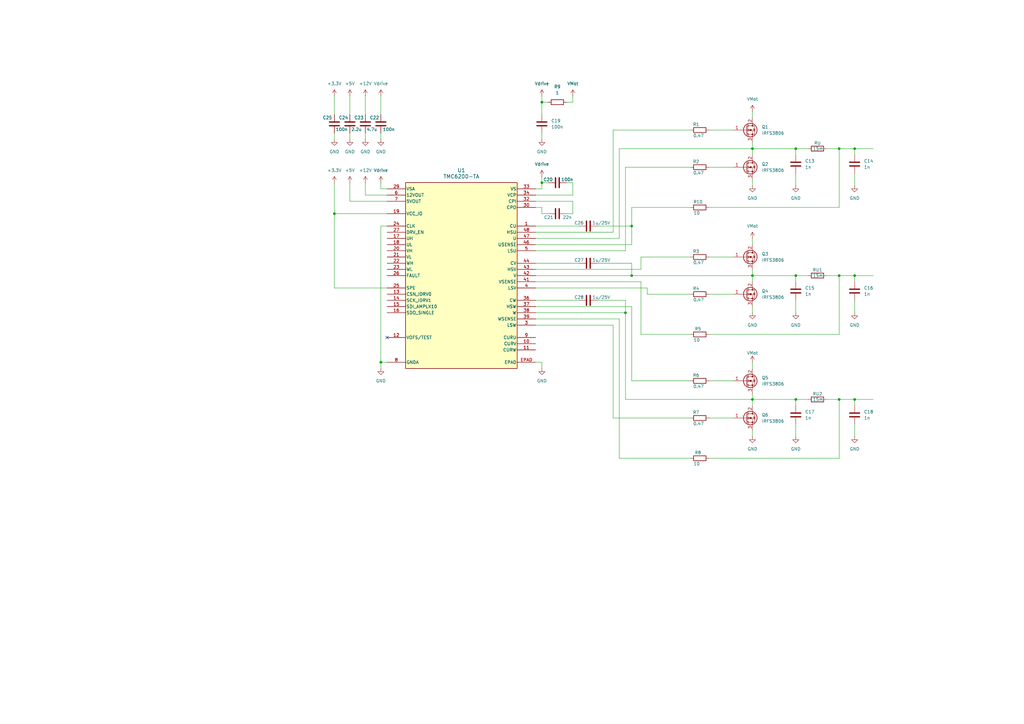
<source format=kicad_sch>
(kicad_sch (version 20250114) (generator "eeschema") (generator_version "9.0")
  (paper "A3")
  (lib_symbols
    (symbol "Device:C" (pin_numbers (hide yes)) (pin_names (offset 0.254))
      (property "Reference" "C" (at 0.635 2.54 0))
      (property "Value" "C" (at 0.635 -2.54 0))
      (symbol "C_0_1"
        (polyline (pts (xy -2.032 0.762) (xy 2.032 0.762)) (stroke (width 0.508)))
        (polyline (pts (xy -2.032 -0.762) (xy 2.032 -0.762)) (stroke (width 0.508)))
      )
      (symbol "C_1_1"
        (pin passive line (at 0 3.81 270) (length 2.794) (name "~") (number "1"))
        (pin passive line (at 0 -3.81 90) (length 2.794) (name "~") (number "2"))
      )
    )
    (symbol "Device:R" (pin_numbers (hide yes)) (pin_names (offset 0))
      (property "Reference" "R" (at 2.032 0 90))
      (property "Value" "R" (at 0 0 90))
      (symbol "R_0_1"
        (rectangle (start -1.016 -2.54) (end 1.016 2.54) (stroke (width 0.254)))
      )
      (symbol "R_1_1"
        (pin passive line (at 0 3.81 270) (length 1.27) (name "~") (number "1"))
        (pin passive line (at 0 -3.81 90) (length 1.27) (name "~") (number "2"))
      )
    )
    (symbol "Transistor_FET:IRFS4115" (pin_names (hide yes))
      (property "Reference" "Q" (at 5.08 1.905 0))
      (property "Value" "IRFS4115" (at 5.08 0 0))
      (symbol "IRFS4115_0_1"
        (polyline (pts (xy 0.254 1.905) (xy 0.254 -1.905)) (stroke (width 0.254)))
        (polyline (pts (xy 0.254 0) (xy -2.54 0)))
        (polyline (pts (xy 0.762 2.286) (xy 0.762 1.27)) (stroke (width 0.254)))
        (polyline (pts (xy 0.762 0.508) (xy 0.762 -0.508)) (stroke (width 0.254)))
        (polyline (pts (xy 0.762 -1.27) (xy 0.762 -2.286)) (stroke (width 0.254)))
        (polyline (pts (xy 0.762 -1.778) (xy 3.302 -1.778) (xy 3.302 1.778) (xy 0.762 1.778)))
        (polyline (pts (xy 1.016 0) (xy 2.032 0.381) (xy 2.032 -0.381) (xy 1.016 0)) (fill (type outline)))
        (circle (center 1.651 0) (radius 2.794) (stroke (width 0.254)))
        (polyline (pts (xy 2.54 2.54) (xy 2.54 1.778)))
        (circle (center 2.54 1.778) (radius 0.254) (fill (type outline)))
        (circle (center 2.54 -1.778) (radius 0.254) (fill (type outline)))
        (polyline (pts (xy 2.54 -2.54) (xy 2.54 0) (xy 0.762 0)))
        (polyline (pts (xy 2.794 0.508) (xy 2.921 0.381) (xy 3.683 0.381) (xy 3.81 0.254)))
        (polyline (pts (xy 3.302 0.381) (xy 2.921 -0.254) (xy 3.683 -0.254) (xy 3.302 0.381)))
      )
      (symbol "IRFS4115_1_1"
        (pin passive line (at -5.08 0 0) (length 2.54) (name "G") (number "1"))
        (pin passive line (at 2.54 5.08 270) (length 2.54) (name "D") (number "2"))
        (pin passive line (at 2.54 -5.08 90) (length 2.54) (name "S") (number "3"))
      )
    )
    (symbol "power:+12V" (power) (pin_numbers (hide yes)) (pin_names (offset 0) (hide yes))
      (property "Value" "+12V" (at 0 3.556 0))
      (symbol "+12V_0_1"
        (polyline (pts (xy -0.762 1.27) (xy 0 2.54)))
        (polyline (pts (xy 0 2.54) (xy 0.762 1.27)))
        (polyline (pts (xy 0 0) (xy 0 2.54)))
      )
      (symbol "+12V_1_1"
        (pin power_in line (at 0 0 90) (length 0) (name "~") (number "1"))
      )
    )
    (symbol "power:+3.3V" (power) (pin_numbers (hide yes)) (pin_names (offset 0) (hide yes))
      (property "Value" "+3.3V" (at 0 3.556 0))
      (symbol "+3.3V_0_1"
        (polyline (pts (xy -0.762 1.27) (xy 0 2.54)))
        (polyline (pts (xy 0 2.54) (xy 0.762 1.27)))
        (polyline (pts (xy 0 0) (xy 0 2.54)))
      )
      (symbol "+3.3V_1_1"
        (pin power_in line (at 0 0 90) (length 0) (name "~") (number "1"))
      )
    )
    (symbol "power:+5V" (power) (pin_numbers (hide yes)) (pin_names (offset 0) (hide yes))
      (property "Value" "+5V" (at 0 3.556 0))
      (symbol "+5V_0_1"
        (polyline (pts (xy -0.762 1.27) (xy 0 2.54)))
        (polyline (pts (xy 0 2.54) (xy 0.762 1.27)))
        (polyline (pts (xy 0 0) (xy 0 2.54)))
      )
      (symbol "+5V_1_1"
        (pin power_in line (at 0 0 90) (length 0) (name "~") (number "1"))
      )
    )
    (symbol "power:GND" (power) (pin_numbers (hide yes)) (pin_names (offset 0) (hide yes))
      (property "Value" "GND" (at 0 -3.81 0))
      (symbol "GND_0_1"
        (polyline (pts (xy 0 0) (xy 0 -1.27) (xy 1.27 -1.27) (xy 0 -2.54) (xy -1.27 -1.27) (xy 0 -1.27)))
      )
      (symbol "GND_1_1"
        (pin power_in line (at 0 0 270) (length 0) (name "~") (number "1"))
      )
    )
    (symbol "power:Vdrive" (power) (pin_numbers (hide yes)) (pin_names (offset 0) (hide yes))
      (property "Value" "Vdrive" (at 0 3.556 0))
      (symbol "Vdrive_0_1"
        (polyline (pts (xy -0.762 1.27) (xy 0 2.54)))
        (polyline (pts (xy 0 2.54) (xy 0.762 1.27)))
        (polyline (pts (xy 0 0) (xy 0 2.54)))
      )
      (symbol "Vdrive_1_1"
        (pin power_in line (at 0 0 90) (length 0) (name "~") (number "1"))
      )
    )
    (symbol "ssta_symbols:TMC6200-TA" (pin_names (offset 0.254))
      (property "Reference" "U" (at 7.874 4.064 0))
      (property "Value" "TMC6200-TA" (at 7.874 -75.438 0))
      (symbol "TMC6200-TA_1_1"
        (rectangle (start 7.62 2.54) (end 53.34 -73.66) (stroke (width 0.254)) (fill (type background)))
        (pin power_in line (at 0 0 0) (length 7.62) (name "VSA") (number "29"))
        (pin output line (at 0 -2.54 0) (length 7.62) (name "12VOUT") (number "6"))
        (pin output line (at 0 -5.08 0) (length 7.62) (name "5VOUT") (number "7"))
        (pin power_in line (at 0 -10.16 0) (length 7.62) (name "VCC_IO") (number "19"))
        (pin input line (at 0 -15.24 0) (length 7.62) (name "CLK") (number "24"))
        (pin input line (at 0 -17.78 0) (length 7.62) (name "DRV_EN") (number "27"))
        (pin input line (at 0 -20.32 0) (length 7.62) (name "UH") (number "17"))
        (pin input line (at 0 -22.86 0) (length 7.62) (name "UL") (number "18"))
        (pin input line (at 0 -25.4 0) (length 7.62) (name "VH") (number "20"))
        (pin input line (at 0 -27.94 0) (length 7.62) (name "VL") (number "21"))
        (pin input line (at 0 -30.48 0) (length 7.62) (name "WH") (number "22"))
        (pin input line (at 0 -33.02 0) (length 7.62) (name "WL") (number "23"))
        (pin output line (at 0 -35.56 0) (length 7.62) (name "FAULT") (number "26"))
        (pin input line (at 0 -40.64 0) (length 7.62) (name "SPE") (number "25"))
        (pin input line (at 0 -43.18 0) (length 7.62) (name "CSN_IDRV0") (number "13"))
        (pin input line (at 0 -45.72 0) (length 7.62) (name "SCK_IDRV1") (number "14"))
        (pin input line (at 0 -48.26 0) (length 7.62) (name "SDI_AMPLX10") (number "15"))
        (pin bidirectional line (at 0 -50.8 0) (length 7.62) (name "SDO_SINGLE") (number "16"))
        (pin input line (at 0 -60.96 0) (length 7.62) (name "VOFS/TEST") (number "12"))
        (pin power_in line (at 0 -71.12 0) (length 7.62) (name "GNDA") (number "8"))
        (pin power_in line (at 60.96 0 180) (length 7.62) (name "VS") (number "33"))
        (pin unspecified line (at 60.96 -2.54 180) (length 7.62) (name "VCP") (number "34"))
        (pin input line (at 60.96 -5.08 180) (length 7.62) (name "CPI") (number "32"))
        (pin output line (at 60.96 -7.62 180) (length 7.62) (name "CPO") (number "30"))
        (pin unspecified line (at 60.96 -15.24 180) (length 7.62) (name "CU") (number "1"))
        (pin output line (at 60.96 -17.78 180) (length 7.62) (name "HSU") (number "48"))
        (pin unspecified line (at 60.96 -20.32 180) (length 7.62) (name "U") (number "47"))
        (pin unspecified line (at 60.96 -22.86 180) (length 7.62) (name "USENSE") (number "46"))
        (pin output line (at 60.96 -25.4 180) (length 7.62) (name "LSU") (number "5"))
        (pin unspecified line (at 60.96 -30.48 180) (length 7.62) (name "CV") (number "44"))
        (pin output line (at 60.96 -33.02 180) (length 7.62) (name "HSV") (number "43"))
        (pin unspecified line (at 60.96 -35.56 180) (length 7.62) (name "V") (number "42"))
        (pin unspecified line (at 60.96 -38.1 180) (length 7.62) (name "VSENSE") (number "41"))
        (pin output line (at 60.96 -40.64 180) (length 7.62) (name "LSV") (number "4"))
        (pin unspecified line (at 60.96 -45.72 180) (length 7.62) (name "CW") (number "36"))
        (pin output line (at 60.96 -48.26 180) (length 7.62) (name "HSW") (number "37"))
        (pin unspecified line (at 60.96 -50.8 180) (length 7.62) (name "W") (number "38"))
        (pin unspecified line (at 60.96 -53.34 180) (length 7.62) (name "WSENSE") (number "39"))
        (pin output line (at 60.96 -55.88 180) (length 7.62) (name "LSW") (number "3"))
        (pin output line (at 60.96 -60.96 180) (length 7.62) (name "CURU") (number "9"))
        (pin output line (at 60.96 -63.5 180) (length 7.62) (name "CURV") (number "10"))
        (pin output line (at 60.96 -66.04 180) (length 7.62) (name "CURW") (number "11"))
        (pin unspecified line (at 60.96 -71.12 180) (length 7.62) (name "EPAD") (number "EPAD"))
      )
    )
  )
  (junction (at 256.54 128.27))
  (junction (at 308.61 113.03))
  (junction (at 326.39 113.03))
  (junction (at 326.39 163.83))
  (junction (at 350.52 60.96))
  (junction (at 350.52 163.83))
  (junction (at 344.17 163.83))
  (junction (at 222.25 74.93))
  (junction (at 259.08 113.03))
  (junction (at 156.21 148.59))
  (junction (at 326.39 60.96))
  (junction (at 137.16 87.63))
  (junction (at 308.61 163.83))
  (junction (at 344.17 113.03))
  (junction (at 344.17 60.96))
  (junction (at 308.61 60.96))
  (junction (at 259.08 92.71))
  (junction (at 350.52 113.03))
  (junction (at 222.25 41.91))
  (no_connect (at 158.75 138.43))
  (wire (pts (xy 219.71 85.09) (xy 222.25 85.09)))
  (wire (pts (xy 350.52 71.12) (xy 350.52 76.2)))
  (wire (pts (xy 290.83 156.21) (xy 300.99 156.21)))
  (wire (pts (xy 308.61 113.03) (xy 326.39 113.03)))
  (wire (pts (xy 350.52 60.96) (xy 358.14 60.96)))
  (wire (pts (xy 219.71 125.73) (xy 259.08 125.73)))
  (wire (pts (xy 219.71 133.35) (xy 251.46 133.35)))
  (wire (pts (xy 222.25 87.63) (xy 224.79 87.63)))
  (wire (pts (xy 245.11 107.95) (xy 259.08 107.95)))
  (wire (pts (xy 219.71 82.55) (xy 234.95 82.55)))
  (wire (pts (xy 254 130.81) (xy 254 187.96)))
  (wire (pts (xy 259.08 156.21) (xy 283.21 156.21)))
  (wire (pts (xy 254 60.96) (xy 308.61 60.96)))
  (wire (pts (xy 308.61 148.59) (xy 308.61 151.13)))
  (wire (pts (xy 326.39 71.12) (xy 326.39 76.2)))
  (wire (pts (xy 308.61 45.72) (xy 308.61 48.26)))
  (wire (pts (xy 222.25 85.09) (xy 222.25 87.63)))
  (wire (pts (xy 143.51 54.61) (xy 143.51 57.15)))
  (wire (pts (xy 308.61 110.49) (xy 308.61 113.03)))
  (wire (pts (xy 156.21 92.71) (xy 156.21 148.59)))
  (wire (pts (xy 290.83 171.45) (xy 300.99 171.45)))
  (wire (pts (xy 137.16 54.61) (xy 137.16 57.15)))
  (wire (pts (xy 251.46 53.34) (xy 251.46 95.25)))
  (wire (pts (xy 308.61 58.42) (xy 308.61 60.96)))
  (wire (pts (xy 259.08 125.73) (xy 259.08 156.21)))
  (wire (pts (xy 156.21 74.93) (xy 156.21 77.47)))
  (wire (pts (xy 251.46 95.25) (xy 219.71 95.25)))
  (wire (pts (xy 254 97.79) (xy 254 60.96)))
  (wire (pts (xy 137.16 87.63) (xy 158.75 87.63)))
  (wire (pts (xy 219.71 77.47) (xy 222.25 77.47)))
  (wire (pts (xy 149.86 39.37) (xy 149.86 46.99)))
  (wire (pts (xy 222.25 41.91) (xy 222.25 46.99)))
  (wire (pts (xy 222.25 74.93) (xy 222.25 72.39)))
  (wire (pts (xy 308.61 73.66) (xy 308.61 76.2)))
  (wire (pts (xy 308.61 163.83) (xy 326.39 163.83)))
  (wire (pts (xy 219.71 97.79) (xy 254 97.79)))
  (wire (pts (xy 222.25 74.93) (xy 224.79 74.93)))
  (wire (pts (xy 344.17 163.83) (xy 339.09 163.83)))
  (wire (pts (xy 344.17 163.83) (xy 350.52 163.83)))
  (wire (pts (xy 222.25 54.61) (xy 222.25 57.15)))
  (wire (pts (xy 308.61 113.03) (xy 308.61 115.57)))
  (wire (pts (xy 149.86 80.01) (xy 149.86 74.93)))
  (wire (pts (xy 234.95 87.63) (xy 234.95 82.55)))
  (wire (pts (xy 259.08 113.03) (xy 308.61 113.03)))
  (wire (pts (xy 232.41 87.63) (xy 234.95 87.63)))
  (wire (pts (xy 326.39 113.03) (xy 331.47 113.03)))
  (wire (pts (xy 251.46 53.34) (xy 283.21 53.34)))
  (wire (pts (xy 251.46 171.45) (xy 283.21 171.45)))
  (wire (pts (xy 245.11 123.19) (xy 256.54 123.19)))
  (wire (pts (xy 222.25 148.59) (xy 219.71 148.59)))
  (wire (pts (xy 344.17 137.16) (xy 344.17 113.03)))
  (wire (pts (xy 149.86 54.61) (xy 149.86 57.15)))
  (wire (pts (xy 256.54 102.87) (xy 219.71 102.87)))
  (wire (pts (xy 156.21 148.59) (xy 156.21 151.13)))
  (wire (pts (xy 143.51 82.55) (xy 143.51 74.93)))
  (wire (pts (xy 234.95 41.91) (xy 234.95 39.37)))
  (wire (pts (xy 265.43 118.11) (xy 219.71 118.11)))
  (wire (pts (xy 308.61 60.96) (xy 326.39 60.96)))
  (wire (pts (xy 350.52 173.99) (xy 350.52 179.07)))
  (wire (pts (xy 137.16 87.63) (xy 137.16 118.11)))
  (wire (pts (xy 290.83 68.58) (xy 300.99 68.58)))
  (wire (pts (xy 219.71 123.19) (xy 237.49 123.19)))
  (wire (pts (xy 344.17 60.96) (xy 339.09 60.96)))
  (wire (pts (xy 350.52 163.83) (xy 350.52 166.37)))
  (wire (pts (xy 156.21 54.61) (xy 156.21 57.15)))
  (wire (pts (xy 262.89 137.16) (xy 283.21 137.16)))
  (wire (pts (xy 350.52 113.03) (xy 358.14 113.03)))
  (wire (pts (xy 344.17 60.96) (xy 350.52 60.96)))
  (wire (pts (xy 290.83 53.34) (xy 300.99 53.34)))
  (wire (pts (xy 344.17 113.03) (xy 350.52 113.03)))
  (wire (pts (xy 290.83 85.09) (xy 344.17 85.09)))
  (wire (pts (xy 259.08 85.09) (xy 283.21 85.09)))
  (wire (pts (xy 143.51 39.37) (xy 143.51 46.99)))
  (wire (pts (xy 232.41 41.91) (xy 234.95 41.91)))
  (wire (pts (xy 256.54 68.58) (xy 283.21 68.58)))
  (wire (pts (xy 222.25 41.91) (xy 222.25 39.37)))
  (wire (pts (xy 219.71 110.49) (xy 262.89 110.49)))
  (wire (pts (xy 259.08 100.33) (xy 219.71 100.33)))
  (wire (pts (xy 290.83 120.65) (xy 300.99 120.65)))
  (wire (pts (xy 256.54 163.83) (xy 308.61 163.83)))
  (wire (pts (xy 262.89 115.57) (xy 262.89 137.16)))
  (wire (pts (xy 219.71 130.81) (xy 254 130.81)))
  (wire (pts (xy 308.61 161.29) (xy 308.61 163.83)))
  (wire (pts (xy 326.39 173.99) (xy 326.39 179.07)))
  (wire (pts (xy 259.08 92.71) (xy 259.08 100.33)))
  (wire (pts (xy 344.17 187.96) (xy 344.17 163.83)))
  (wire (pts (xy 256.54 68.58) (xy 256.54 102.87)))
  (wire (pts (xy 326.39 60.96) (xy 331.47 60.96)))
  (wire (pts (xy 158.75 82.55) (xy 143.51 82.55)))
  (wire (pts (xy 234.95 80.01) (xy 234.95 74.93)))
  (wire (pts (xy 224.79 41.91) (xy 222.25 41.91)))
  (wire (pts (xy 344.17 113.03) (xy 339.09 113.03)))
  (wire (pts (xy 290.83 105.41) (xy 300.99 105.41)))
  (wire (pts (xy 350.52 123.19) (xy 350.52 128.27)))
  (wire (pts (xy 344.17 85.09) (xy 344.17 60.96)))
  (wire (pts (xy 158.75 80.01) (xy 149.86 80.01)))
  (wire (pts (xy 251.46 133.35) (xy 251.46 171.45)))
  (wire (pts (xy 350.52 60.96) (xy 350.52 63.5)))
  (wire (pts (xy 254 187.96) (xy 283.21 187.96)))
  (wire (pts (xy 326.39 60.96) (xy 326.39 63.5)))
  (wire (pts (xy 156.21 92.71) (xy 158.75 92.71)))
  (wire (pts (xy 290.83 137.16) (xy 344.17 137.16)))
  (wire (pts (xy 222.25 77.47) (xy 222.25 74.93)))
  (wire (pts (xy 308.61 125.73) (xy 308.61 128.27)))
  (wire (pts (xy 308.61 163.83) (xy 308.61 166.37)))
  (wire (pts (xy 156.21 77.47) (xy 158.75 77.47)))
  (wire (pts (xy 219.71 92.71) (xy 237.49 92.71)))
  (wire (pts (xy 262.89 110.49) (xy 262.89 105.41)))
  (wire (pts (xy 350.52 113.03) (xy 350.52 115.57)))
  (wire (pts (xy 219.71 107.95) (xy 237.49 107.95)))
  (wire (pts (xy 265.43 120.65) (xy 265.43 118.11)))
  (wire (pts (xy 219.71 115.57) (xy 262.89 115.57)))
  (wire (pts (xy 137.16 39.37) (xy 137.16 46.99)))
  (wire (pts (xy 256.54 123.19) (xy 256.54 128.27)))
  (wire (pts (xy 137.16 74.93) (xy 137.16 87.63)))
  (wire (pts (xy 290.83 187.96) (xy 344.17 187.96)))
  (wire (pts (xy 156.21 148.59) (xy 158.75 148.59)))
  (wire (pts (xy 265.43 120.65) (xy 283.21 120.65)))
  (wire (pts (xy 158.75 118.11) (xy 137.16 118.11)))
  (wire (pts (xy 156.21 39.37) (xy 156.21 46.99)))
  (wire (pts (xy 219.71 113.03) (xy 259.08 113.03)))
  (wire (pts (xy 308.61 97.79) (xy 308.61 100.33)))
  (wire (pts (xy 350.52 163.83) (xy 358.14 163.83)))
  (wire (pts (xy 234.95 74.93) (xy 232.41 74.93)))
  (wire (pts (xy 259.08 85.09) (xy 259.08 92.71)))
  (wire (pts (xy 308.61 176.53) (xy 308.61 179.07)))
  (wire (pts (xy 326.39 123.19) (xy 326.39 128.27)))
  (wire (pts (xy 256.54 128.27) (xy 256.54 163.83)))
  (wire (pts (xy 219.71 128.27) (xy 256.54 128.27)))
  (wire (pts (xy 219.71 80.01) (xy 234.95 80.01)))
  (wire (pts (xy 245.11 92.71) (xy 259.08 92.71)))
  (wire (pts (xy 222.25 148.59) (xy 222.25 151.13)))
  (wire (pts (xy 326.39 113.03) (xy 326.39 115.57)))
  (wire (pts (xy 262.89 105.41) (xy 283.21 105.41)))
  (wire (pts (xy 259.08 107.95) (xy 259.08 113.03)))
  (wire (pts (xy 326.39 163.83) (xy 326.39 166.37)))
  (wire (pts (xy 308.61 60.96) (xy 308.61 63.5)))
  (wire (pts (xy 326.39 163.83) (xy 331.47 163.83)))
  (symbol (lib_id "Device:C") (at 326.39 67.31 0) (unit 1)
    (property "Reference" "C13" (at 330.2 66.0399 0) (effects (justify left)))
    (property "Value" "1n" (at 330.2 68.5799 0) (effects (justify left)))
    (property "Footprint" "Capacitor_SMD:C_0805_2012Metric" (effects (hide yes)))
    (property "Description" "Unpolarized capacitor" (effects (hide yes)))
  )
  (symbol (lib_id "Device:R") (at 287.02 68.58 90) (unit 1)
    (property "Reference" "R2" (at 285.496 66.294 90))
    (property "Value" "0.47" (at 286.512 70.866 90))
    (property "Footprint" "Resistor_SMD:R_0805_2012Metric" (effects (hide yes)))
    (property "Description" "Resistor" (effects (hide yes)))
  )
  (symbol (lib_id "Device:R") (at 335.28 163.83 90) (unit 1)
    (property "Reference" "RU2" (at 335.28 161.544 90))
    (property "Value" "15m" (at 335.534 163.83 90))
    (property "Footprint" "Resistor_SMD:R_0612_1632Metric" (effects (hide yes)))
    (property "Description" "Resistor" (effects (hide yes)))
  )
  (symbol (lib_id "power:+5V") (at 143.51 74.93 0) (unit 1)
    (property "Reference" "#PWR032" (effects (hide yes)))
    (property "Value" "+5V" (at 143.51 69.85 0))
    (property "Description" "Power symbol creates a global label with name \"+5V\"" (effects (hide yes)))
  )
  (symbol (lib_id "power:GND") (at 137.16 57.15 0) (mirror y) (unit 1)
    (property "Reference" "#PWR043" (effects (hide yes)))
    (property "Value" "GND" (at 137.16 62.23 0))
    (property "Description" "Power symbol creates a global label with name \"GND\" , ground" (effects (hide yes)))
  )
  (symbol (lib_id "power:Vdrive") (at 156.21 74.93 0) (unit 1)
    (property "Reference" "#PWR08" (effects (hide yes)))
    (property "Value" "Vdrive" (at 156.21 69.85 0))
    (property "Description" "Power symbol creates a global label with name \"Vdrive\"" (effects (hide yes)))
  )
  (symbol (lib_id "Device:C") (at 228.6 87.63 270) (mirror x) (unit 1)
    (property "Reference" "C21" (at 225.044 89.154 90))
    (property "Value" "22n" (at 232.664 89.154 90))
    (property "Footprint" "Capacitor_SMD:C_0805_2012Metric" (effects (hide yes)))
    (property "Description" "Unpolarized capacitor" (effects (hide yes)))
  )
  (symbol (lib_id "Transistor_FET:IRFS4115") (at 306.07 68.58 0) (unit 1)
    (property "Reference" "Q2" (at 312.42 67.3099 0) (effects (justify left)))
    (property "Value" "IRFS3806" (at 312.42 69.8499 0) (effects (justify left)))
    (property "Footprint" "Package_TO_SOT_SMD:TO-263-2" (effects (hide yes)))
    (property "Datasheet" "https://www.infineon.com/assets/row/public/documents/24/49/infineon-irfs3806-datasheet-en.pdf" (effects (hide yes)))
    (property "Description" "43A Id, 60V Vds, 12.6mOhm Rds, N-Channel HEXFET Power MOSFET, D2PAK" (effects (hide yes)))
  )
  (symbol (lib_id "Device:C") (at 222.25 50.8 0) (unit 1)
    (property "Reference" "C19" (at 226.06 49.5299 0) (effects (justify left)))
    (property "Value" "100n" (at 226.06 52.0699 0) (effects (justify left)))
    (property "Footprint" "Capacitor_SMD:C_0805_2012Metric" (effects (hide yes)))
    (property "Description" "Unpolarized capacitor" (effects (hide yes)))
  )
  (symbol (lib_id "power:GND") (at 350.52 128.27 0) (mirror y) (unit 1)
    (property "Reference" "#PWR026" (effects (hide yes)))
    (property "Value" "GND" (at 350.52 133.35 0))
    (property "Description" "Power symbol creates a global label with name \"GND\" , ground" (effects (hide yes)))
  )
  (symbol (lib_id "power:GND") (at 326.39 179.07 0) (mirror y) (unit 1)
    (property "Reference" "#PWR029" (effects (hide yes)))
    (property "Value" "GND" (at 326.39 184.15 0))
    (property "Description" "Power symbol creates a global label with name \"GND\" , ground" (effects (hide yes)))
  )
  (symbol (lib_id "power:Vdrive") (at 222.25 72.39 0) (unit 1)
    (property "Reference" "#PWR015" (effects (hide yes)))
    (property "Value" "Vdrive" (at 222.25 67.31 0))
    (property "Description" "Power symbol creates a global label with name \"Vdrive\"" (effects (hide yes)))
  )
  (symbol (lib_id "power:GND") (at 156.21 151.13 0) (unit 1)
    (property "Reference" "#PWR07" (effects (hide yes)))
    (property "Value" "GND" (at 156.21 156.21 0))
    (property "Description" "Power symbol creates a global label with name \"GND\" , ground" (effects (hide yes)))
  )
  (symbol (lib_id "Device:C") (at 149.86 50.8 0) (unit 1)
    (property "Reference" "C23" (at 145.288 48.26 0) (effects (justify left)))
    (property "Value" "4.7u" (at 150.368 53.086 0) (effects (justify left)))
    (property "Footprint" "Capacitor_SMD:C_0805_2012Metric" (effects (hide yes)))
    (property "Description" "Unpolarized capacitor" (effects (hide yes)))
  )
  (symbol (lib_id "Device:C") (at 241.3 92.71 270) (unit 1)
    (property "Reference" "C26" (at 237.49 91.44 90))
    (property "Value" "1u/25V" (at 246.634 91.44 90))
    (property "Footprint" "Capacitor_SMD:C_0805_2012Metric" (effects (hide yes)))
    (property "Description" "Unpolarized capacitor" (effects (hide yes)))
  )
  (symbol (lib_id "power:Vdrive") (at 222.25 39.37 0) (unit 1)
    (property "Reference" "#PWR034" (effects (hide yes)))
    (property "Value" "Vdrive" (at 222.25 34.29 0))
    (property "Description" "Power symbol creates a global label with name \"Vdrive\"" (effects (hide yes)))
  )
  (symbol (lib_id "Device:R") (at 287.02 137.16 90) (unit 1)
    (property "Reference" "R5" (at 286.258 134.874 90))
    (property "Value" "10" (at 285.75 139.446 90))
    (property "Footprint" "Resistor_SMD:R_0805_2012Metric" (effects (hide yes)))
    (property "Description" "Resistor" (effects (hide yes)))
  )
  (symbol (lib_id "power:GND") (at 143.51 57.15 0) (mirror y) (unit 1)
    (property "Reference" "#PWR041" (effects (hide yes)))
    (property "Value" "GND" (at 143.51 62.23 0))
    (property "Description" "Power symbol creates a global label with name \"GND\" , ground" (effects (hide yes)))
  )
  (symbol (lib_id "Device:C") (at 350.52 67.31 0) (unit 1)
    (property "Reference" "C14" (at 354.33 66.0399 0) (effects (justify left)))
    (property "Value" "1n" (at 354.33 68.5799 0) (effects (justify left)))
    (property "Footprint" "Capacitor_SMD:C_0805_2012Metric" (effects (hide yes)))
    (property "Description" "Unpolarized capacitor" (effects (hide yes)))
  )
  (symbol (lib_id "Device:R") (at 287.02 105.41 90) (unit 1)
    (property "Reference" "R3" (at 285.496 103.124 90))
    (property "Value" "0.47" (at 286.512 107.696 90))
    (property "Footprint" "Resistor_SMD:R_0805_2012Metric" (effects (hide yes)))
    (property "Description" "Resistor" (effects (hide yes)))
  )
  (symbol (lib_id "Device:R") (at 287.02 171.45 90) (unit 1)
    (property "Reference" "R7" (at 285.496 169.164 90))
    (property "Value" "0.47" (at 286.512 173.736 90))
    (property "Footprint" "Resistor_SMD:R_0805_2012Metric" (effects (hide yes)))
    (property "Description" "Resistor" (effects (hide yes)))
  )
  (symbol (lib_id "Device:C") (at 137.16 50.8 0) (unit 1)
    (property "Reference" "C25" (at 132.334 48.26 0) (effects (justify left)))
    (property "Value" "100n" (at 137.668 53.086 0) (effects (justify left)))
    (property "Footprint" "Capacitor_SMD:C_0805_2012Metric" (effects (hide yes)))
    (property "Description" "Unpolarized capacitor" (effects (hide yes)))
  )
  (symbol (lib_id "Transistor_FET:IRFS4115") (at 306.07 171.45 0) (unit 1)
    (property "Reference" "Q6" (at 312.42 170.1799 0) (effects (justify left)))
    (property "Value" "IRFS3806" (at 312.42 172.7199 0) (effects (justify left)))
    (property "Footprint" "Package_TO_SOT_SMD:TO-263-2" (effects (hide yes)))
    (property "Datasheet" "https://www.infineon.com/assets/row/public/documents/24/49/infineon-irfs3806-datasheet-en.pdf" (effects (hide yes)))
    (property "Description" "43A Id, 60V Vds, 12.6mOhm Rds, N-Channel HEXFET Power MOSFET, D2PAK" (effects (hide yes)))
  )
  (symbol (lib_id "power:GND") (at 149.86 57.15 0) (mirror y) (unit 1)
    (property "Reference" "#PWR039" (effects (hide yes)))
    (property "Value" "GND" (at 149.86 62.23 0))
    (property "Description" "Power symbol creates a global label with name \"GND\" , ground" (effects (hide yes)))
  )
  (symbol (lib_id "Device:C") (at 350.52 119.38 0) (unit 1)
    (property "Reference" "C16" (at 354.33 118.1099 0) (effects (justify left)))
    (property "Value" "1n" (at 354.33 120.6499 0) (effects (justify left)))
    (property "Footprint" "Capacitor_SMD:C_0805_2012Metric" (effects (hide yes)))
    (property "Description" "Unpolarized capacitor" (effects (hide yes)))
  )
  (symbol (lib_id "power:Vdrive") (at 308.61 45.72 0) (unit 1)
    (property "Reference" "#PWR019" (effects (hide yes)))
    (property "Value" "VMot" (at 308.61 40.64 0))
    (property "Description" "Power symbol creates a global label with name \"Vdrive\"" (effects (hide yes)))
  )
  (symbol (lib_id "Device:R") (at 287.02 85.09 90) (unit 1)
    (property "Reference" "R10" (at 286.258 82.804 90))
    (property "Value" "10" (at 285.75 87.376 90))
    (property "Footprint" "Resistor_SMD:R_0805_2012Metric" (effects (hide yes)))
    (property "Description" "Resistor" (effects (hide yes)))
  )
  (symbol (lib_id "Transistor_FET:IRFS4115") (at 306.07 53.34 0) (unit 1)
    (property "Reference" "Q1" (at 312.42 52.0699 0) (effects (justify left)))
    (property "Value" "IRFS3806" (at 312.42 54.6099 0) (effects (justify left)))
    (property "Footprint" "Package_TO_SOT_SMD:TO-263-2" (effects (hide yes)))
    (property "Datasheet" "https://www.infineon.com/assets/row/public/documents/24/49/infineon-irfs3806-datasheet-en.pdf" (effects (hide yes)))
    (property "Description" "43A Id, 60V Vds, 12.6mOhm Rds, N-Channel HEXFET Power MOSFET, D2PAK" (effects (hide yes)))
  )
  (symbol (lib_id "Transistor_FET:IRFS4115") (at 306.07 120.65 0) (unit 1)
    (property "Reference" "Q4" (at 312.42 119.3799 0) (effects (justify left)))
    (property "Value" "IRFS3806" (at 312.42 121.9199 0) (effects (justify left)))
    (property "Footprint" "Package_TO_SOT_SMD:TO-263-2" (effects (hide yes)))
    (property "Datasheet" "https://www.infineon.com/assets/row/public/documents/24/49/infineon-irfs3806-datasheet-en.pdf" (effects (hide yes)))
    (property "Description" "43A Id, 60V Vds, 12.6mOhm Rds, N-Channel HEXFET Power MOSFET, D2PAK" (effects (hide yes)))
  )
  (symbol (lib_id "power:Vdrive") (at 156.21 39.37 0) (unit 1)
    (property "Reference" "#PWR036" (effects (hide yes)))
    (property "Value" "Vdrive" (at 156.21 34.29 0))
    (property "Description" "Power symbol creates a global label with name \"Vdrive\"" (effects (hide yes)))
  )
  (symbol (lib_id "ssta_symbols:TMC6200-TA") (at 158.75 77.47 0) (unit 1)
    (property "Reference" "U1" (at 189.23 69.85 0) (effects (font (size 1.524 1.524))))
    (property "Value" "TMC6200-TA" (at 189.23 72.39 0) (effects (font (size 1.524 1.524))))
    (property "Footprint" "eTQFP48_9x9_TRI" (effects (hide yes)))
    (property "Datasheet" "TMC6200-TA" (effects (hide yes)))
  )
  (symbol (lib_id "Device:C") (at 143.51 50.8 0) (unit 1)
    (property "Reference" "C24" (at 138.938 48.26 0) (effects (justify left)))
    (property "Value" "2.2u" (at 144.018 53.086 0) (effects (justify left)))
    (property "Footprint" "Capacitor_SMD:C_0805_2012Metric" (effects (hide yes)))
    (property "Description" "Unpolarized capacitor" (effects (hide yes)))
  )
  (symbol (lib_id "Device:C") (at 326.39 119.38 0) (unit 1)
    (property "Reference" "C15" (at 330.2 118.1099 0) (effects (justify left)))
    (property "Value" "1n" (at 330.2 120.6499 0) (effects (justify left)))
    (property "Footprint" "Capacitor_SMD:C_0805_2012Metric" (effects (hide yes)))
    (property "Description" "Unpolarized capacitor" (effects (hide yes)))
  )
  (symbol (lib_id "Device:C") (at 241.3 107.95 270) (unit 1)
    (property "Reference" "C27" (at 237.49 106.68 90))
    (property "Value" "1u/25V" (at 246.634 106.68 90))
    (property "Footprint" "Capacitor_SMD:C_0805_2012Metric" (effects (hide yes)))
    (property "Description" "Unpolarized capacitor" (effects (hide yes)))
  )
  (symbol (lib_id "power:GND") (at 222.25 151.13 0) (mirror y) (unit 1)
    (property "Reference" "#PWR018" (effects (hide yes)))
    (property "Value" "GND" (at 222.25 156.21 0))
    (property "Description" "Power symbol creates a global label with name \"GND\" , ground" (effects (hide yes)))
  )
  (symbol (lib_id "Device:C") (at 156.21 50.8 0) (unit 1)
    (property "Reference" "C22" (at 151.638 48.26 0) (effects (justify left)))
    (property "Value" "100n" (at 156.972 53.086 0) (effects (justify left)))
    (property "Footprint" "Capacitor_SMD:C_0805_2012Metric" (effects (hide yes)))
    (property "Description" "Unpolarized capacitor" (effects (hide yes)))
  )
  (symbol (lib_id "power:Vdrive") (at 308.61 148.59 0) (unit 1)
    (property "Reference" "#PWR027" (effects (hide yes)))
    (property "Value" "VMot" (at 308.61 144.78 0))
    (property "Description" "Power symbol creates a global label with name \"Vdrive\"" (effects (hide yes)))
  )
  (symbol (lib_id "Device:R") (at 287.02 53.34 90) (unit 1)
    (property "Reference" "R1" (at 285.496 51.054 90))
    (property "Value" "0.47" (at 286.512 55.626 90))
    (property "Footprint" "Resistor_SMD:R_0805_2012Metric" (effects (hide yes)))
    (property "Description" "Resistor" (effects (hide yes)))
  )
  (symbol (lib_id "power:GND") (at 326.39 128.27 0) (mirror y) (unit 1)
    (property "Reference" "#PWR025" (effects (hide yes)))
    (property "Value" "GND" (at 326.39 133.35 0))
    (property "Description" "Power symbol creates a global label with name \"GND\" , ground" (effects (hide yes)))
  )
  (symbol (lib_id "Device:R") (at 228.6 41.91 90) (unit 1)
    (property "Reference" "R9" (at 228.6 35.56 90))
    (property "Value" "1" (at 228.6 38.1 90))
    (property "Footprint" "Resistor_SMD:R_0805_2012Metric" (effects (hide yes)))
    (property "Description" "Resistor" (effects (hide yes)))
  )
  (symbol (lib_id "Device:C") (at 241.3 123.19 270) (unit 1)
    (property "Reference" "C28" (at 237.49 121.92 90))
    (property "Value" "1u/25V" (at 246.634 121.92 90))
    (property "Footprint" "Capacitor_SMD:C_0805_2012Metric" (effects (hide yes)))
    (property "Description" "Unpolarized capacitor" (effects (hide yes)))
  )
  (symbol (lib_id "power:+12V") (at 149.86 74.93 0) (unit 1)
    (property "Reference" "#PWR031" (effects (hide yes)))
    (property "Value" "+12V" (at 149.86 69.85 0))
    (property "Description" "Power symbol creates a global label with name \"+12V\"" (effects (hide yes)))
  )
  (symbol (lib_id "Device:R") (at 335.28 60.96 90) (unit 1)
    (property "Reference" "RU" (at 335.28 58.674 90))
    (property "Value" "15m" (at 335.534 60.96 90))
    (property "Footprint" "Resistor_SMD:R_0612_1632Metric" (effects (hide yes)))
    (property "Description" "Resistor" (effects (hide yes)))
  )
  (symbol (lib_id "power:GND") (at 308.61 76.2 0) (mirror y) (unit 1)
    (property "Reference" "#PWR020" (effects (hide yes)))
    (property "Value" "GND" (at 308.61 81.28 0))
    (property "Description" "Power symbol creates a global label with name \"GND\" , ground" (effects (hide yes)))
  )
  (symbol (lib_id "power:Vdrive") (at 234.95 39.37 0) (unit 1)
    (property "Reference" "#PWR033" (effects (hide yes)))
    (property "Value" "VMot" (at 234.95 34.29 0))
    (property "Description" "Power symbol creates a global label with name \"Vdrive\"" (effects (hide yes)))
  )
  (symbol (lib_id "Device:R") (at 287.02 187.96 90) (unit 1)
    (property "Reference" "R8" (at 286.258 185.674 90))
    (property "Value" "10" (at 285.75 190.246 90))
    (property "Footprint" "Resistor_SMD:R_0805_2012Metric" (effects (hide yes)))
    (property "Description" "Resistor" (effects (hide yes)))
  )
  (symbol (lib_id "Device:R") (at 335.28 113.03 90) (unit 1)
    (property "Reference" "RU1" (at 335.28 110.744 90))
    (property "Value" "15m" (at 335.534 113.03 90))
    (property "Footprint" "Resistor_SMD:R_0612_1632Metric" (effects (hide yes)))
    (property "Description" "Resistor" (effects (hide yes)))
  )
  (symbol (lib_id "power:GND") (at 222.25 57.15 0) (mirror y) (unit 1)
    (property "Reference" "#PWR035" (effects (hide yes)))
    (property "Value" "GND" (at 222.25 62.23 0))
    (property "Description" "Power symbol creates a global label with name \"GND\" , ground" (effects (hide yes)))
  )
  (symbol (lib_id "power:GND") (at 308.61 179.07 0) (mirror y) (unit 1)
    (property "Reference" "#PWR028" (effects (hide yes)))
    (property "Value" "GND" (at 308.61 184.15 0))
    (property "Description" "Power symbol creates a global label with name \"GND\" , ground" (effects (hide yes)))
  )
  (symbol (lib_id "power:GND") (at 350.52 179.07 0) (mirror y) (unit 1)
    (property "Reference" "#PWR030" (effects (hide yes)))
    (property "Value" "GND" (at 350.52 184.15 0))
    (property "Description" "Power symbol creates a global label with name \"GND\" , ground" (effects (hide yes)))
  )
  (symbol (lib_id "power:+5V") (at 143.51 39.37 0) (unit 1)
    (property "Reference" "#PWR040" (effects (hide yes)))
    (property "Value" "+5V" (at 143.51 34.29 0))
    (property "Description" "Power symbol creates a global label with name \"+5V\"" (effects (hide yes)))
  )
  (symbol (lib_id "power:+3.3V") (at 137.16 39.37 0) (unit 1)
    (property "Reference" "#PWR042" (effects (hide yes)))
    (property "Value" "+3.3V" (at 137.16 34.29 0))
    (property "Description" "Power symbol creates a global label with name \"+3.3V\"" (effects (hide yes)))
  )
  (symbol (lib_id "power:GND") (at 326.39 76.2 0) (mirror y) (unit 1)
    (property "Reference" "#PWR021" (effects (hide yes)))
    (property "Value" "GND" (at 326.39 81.28 0))
    (property "Description" "Power symbol creates a global label with name \"GND\" , ground" (effects (hide yes)))
  )
  (symbol (lib_id "Device:R") (at 287.02 156.21 90) (unit 1)
    (property "Reference" "R6" (at 285.496 153.924 90))
    (property "Value" "0.47" (at 286.512 158.496 90))
    (property "Footprint" "Resistor_SMD:R_0805_2012Metric" (effects (hide yes)))
    (property "Description" "Resistor" (effects (hide yes)))
  )
  (symbol (lib_id "Device:R") (at 287.02 120.65 90) (unit 1)
    (property "Reference" "R4" (at 285.496 118.364 90))
    (property "Value" "0.47" (at 286.512 122.936 90))
    (property "Footprint" "Resistor_SMD:R_0805_2012Metric" (effects (hide yes)))
    (property "Description" "Resistor" (effects (hide yes)))
  )
  (symbol (lib_id "Transistor_FET:IRFS4115") (at 306.07 156.21 0) (unit 1)
    (property "Reference" "Q5" (at 312.42 154.9399 0) (effects (justify left)))
    (property "Value" "IRFS3806" (at 312.42 157.4799 0) (effects (justify left)))
    (property "Footprint" "Package_TO_SOT_SMD:TO-263-2" (effects (hide yes)))
    (property "Datasheet" "https://www.infineon.com/assets/row/public/documents/24/49/infineon-irfs3806-datasheet-en.pdf" (effects (hide yes)))
    (property "Description" "43A Id, 60V Vds, 12.6mOhm Rds, N-Channel HEXFET Power MOSFET, D2PAK" (effects (hide yes)))
  )
  (symbol (lib_id "power:GND") (at 308.61 128.27 0) (mirror y) (unit 1)
    (property "Reference" "#PWR024" (effects (hide yes)))
    (property "Value" "GND" (at 308.61 133.35 0))
    (property "Description" "Power symbol creates a global label with name \"GND\" , ground" (effects (hide yes)))
  )
  (symbol (lib_id "power:GND") (at 350.52 76.2 0) (mirror y) (unit 1)
    (property "Reference" "#PWR022" (effects (hide yes)))
    (property "Value" "GND" (at 350.52 81.28 0))
    (property "Description" "Power symbol creates a global label with name \"GND\" , ground" (effects (hide yes)))
  )
  (symbol (lib_id "power:+3.3V") (at 137.16 74.93 0) (unit 1)
    (property "Reference" "#PWR016" (effects (hide yes)))
    (property "Value" "+3.3V" (at 137.16 69.85 0))
    (property "Description" "Power symbol creates a global label with name \"+3.3V\"" (effects (hide yes)))
  )
  (symbol (lib_id "Device:C") (at 228.6 74.93 270) (unit 1)
    (property "Reference" "C20" (at 224.79 73.66 90))
    (property "Value" "100n" (at 232.664 73.66 90))
    (property "Footprint" "Capacitor_SMD:C_0805_2012Metric" (effects (hide yes)))
    (property "Description" "Unpolarized capacitor" (effects (hide yes)))
  )
  (symbol (lib_id "power:Vdrive") (at 308.61 97.79 0) (unit 1)
    (property "Reference" "#PWR023" (effects (hide yes)))
    (property "Value" "VMot" (at 308.61 92.71 0))
    (property "Description" "Power symbol creates a global label with name \"Vdrive\"" (effects (hide yes)))
  )
  (symbol (lib_id "Device:C") (at 350.52 170.18 0) (unit 1)
    (property "Reference" "C18" (at 354.33 168.9099 0) (effects (justify left)))
    (property "Value" "1n" (at 354.33 171.4499 0) (effects (justify left)))
    (property "Footprint" "Capacitor_SMD:C_0805_2012Metric" (effects (hide yes)))
    (property "Description" "Unpolarized capacitor" (effects (hide yes)))
  )
  (symbol (lib_id "power:GND") (at 156.21 57.15 0) (mirror y) (unit 1)
    (property "Reference" "#PWR037" (effects (hide yes)))
    (property "Value" "GND" (at 156.21 62.23 0))
    (property "Description" "Power symbol creates a global label with name \"GND\" , ground" (effects (hide yes)))
  )
  (symbol (lib_id "Device:C") (at 326.39 170.18 0) (unit 1)
    (property "Reference" "C17" (at 330.2 168.9099 0) (effects (justify left)))
    (property "Value" "1n" (at 330.2 171.4499 0) (effects (justify left)))
    (property "Footprint" "Capacitor_SMD:C_0805_2012Metric" (effects (hide yes)))
    (property "Description" "Unpolarized capacitor" (effects (hide yes)))
  )
  (symbol (lib_id "power:+12V") (at 149.86 39.37 0) (unit 1)
    (property "Reference" "#PWR038" (effects (hide yes)))
    (property "Value" "+12V" (at 149.86 34.29 0))
    (property "Description" "Power symbol creates a global label with name \"+12V\"" (effects (hide yes)))
  )
  (symbol (lib_id "Transistor_FET:IRFS4115") (at 306.07 105.41 0) (unit 1)
    (property "Reference" "Q3" (at 312.42 104.1399 0) (effects (justify left)))
    (property "Value" "IRFS3806" (at 312.42 106.6799 0) (effects (justify left)))
    (property "Footprint" "Package_TO_SOT_SMD:TO-263-2" (effects (hide yes)))
    (property "Datasheet" "https://www.infineon.com/assets/row/public/documents/24/49/infineon-irfs3806-datasheet-en.pdf" (effects (hide yes)))
    (property "Description" "43A Id, 60V Vds, 12.6mOhm Rds, N-Channel HEXFET Power MOSFET, D2PAK" (effects (hide yes)))
  )
)
</source>
